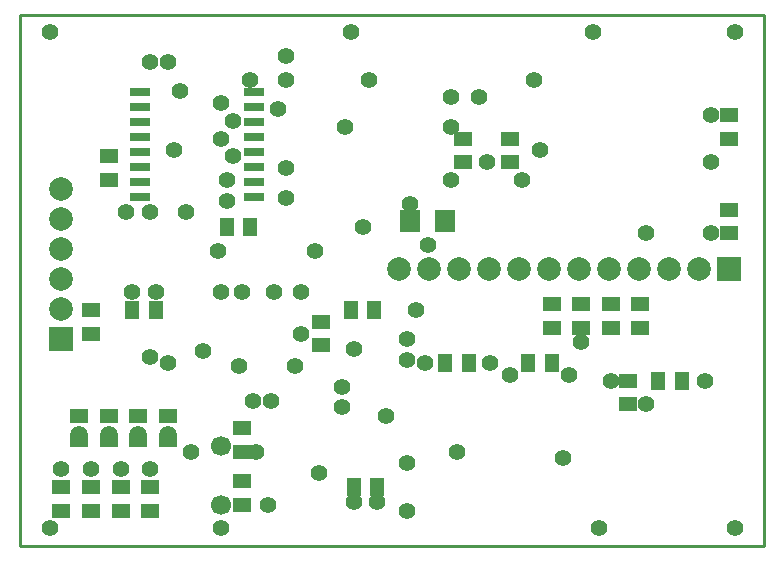
<source format=gbs>
G04 Layer_Color=16711935*
%FSLAX42Y42*%
%MOMM*%
G71*
G01*
G75*
%ADD21C,0.25*%
%ADD27R,1.20X1.60*%
%ADD30R,1.60X1.20*%
%ADD31R,1.70X1.90*%
%ADD33R,1.70X0.80*%
%ADD34R,2.00X2.00*%
%ADD35C,2.00*%
%ADD36C,1.70*%
%ADD37R,2.00X2.00*%
%ADD38C,1.40*%
D21*
X0Y0D02*
Y4500D01*
X6300D01*
Y0D02*
Y4500D01*
X0Y0D02*
X6300D01*
D27*
X3000Y2000D02*
D03*
X2800D02*
D03*
X5600Y1400D02*
D03*
X5400D02*
D03*
X2825Y500D02*
D03*
X3025D02*
D03*
X1150Y2000D02*
D03*
X950D02*
D03*
X1950Y2700D02*
D03*
X1750D02*
D03*
X3800Y1550D02*
D03*
X3600D02*
D03*
X4500D02*
D03*
X4300D02*
D03*
D30*
X750Y3100D02*
D03*
Y3300D02*
D03*
X1100Y500D02*
D03*
Y300D02*
D03*
X850Y500D02*
D03*
Y300D02*
D03*
X600D02*
D03*
Y500D02*
D03*
X350Y300D02*
D03*
Y500D02*
D03*
X500Y1100D02*
D03*
Y900D02*
D03*
X750Y1100D02*
D03*
Y900D02*
D03*
X1000D02*
D03*
Y1100D02*
D03*
X1250Y900D02*
D03*
Y1100D02*
D03*
X5000Y1850D02*
D03*
Y2050D02*
D03*
X3750Y3450D02*
D03*
Y3250D02*
D03*
X4150Y3450D02*
D03*
Y3250D02*
D03*
X2550Y1900D02*
D03*
Y1700D02*
D03*
X1875Y550D02*
D03*
Y350D02*
D03*
Y800D02*
D03*
Y1000D02*
D03*
X5150Y1400D02*
D03*
Y1200D02*
D03*
X4500Y1850D02*
D03*
Y2050D02*
D03*
X4750D02*
D03*
Y1850D02*
D03*
X5250Y2050D02*
D03*
Y1850D02*
D03*
X6000Y3650D02*
D03*
Y3450D02*
D03*
Y2650D02*
D03*
Y2850D02*
D03*
X600Y1800D02*
D03*
Y2000D02*
D03*
D31*
X3300Y2750D02*
D03*
X3600D02*
D03*
D33*
X1017Y2956D02*
D03*
Y3083D02*
D03*
Y3210D02*
D03*
Y3337D02*
D03*
Y3463D02*
D03*
Y3590D02*
D03*
Y3717D02*
D03*
X1983D02*
D03*
Y3590D02*
D03*
Y3463D02*
D03*
Y3337D02*
D03*
Y3210D02*
D03*
Y3083D02*
D03*
Y2956D02*
D03*
X1017Y3844D02*
D03*
X1983D02*
D03*
D34*
X350Y1750D02*
D03*
D35*
Y2004D02*
D03*
Y2258D02*
D03*
Y2512D02*
D03*
Y2766D02*
D03*
Y3020D02*
D03*
X5746Y2350D02*
D03*
X5492D02*
D03*
X5238D02*
D03*
X4984D02*
D03*
X4730D02*
D03*
X3968D02*
D03*
X4222D02*
D03*
X4476D02*
D03*
X3206D02*
D03*
X3460D02*
D03*
X3714D02*
D03*
D36*
X1700Y850D02*
D03*
Y350D02*
D03*
D37*
X6000Y2350D02*
D03*
D38*
X3100Y1100D02*
D03*
X2375Y1800D02*
D03*
X2325Y1525D02*
D03*
X2375Y2150D02*
D03*
X900Y2825D02*
D03*
X2825Y1673D02*
D03*
X3275Y1750D02*
D03*
X5800Y1400D02*
D03*
X1300Y3350D02*
D03*
X2900Y2700D02*
D03*
X3350Y2000D02*
D03*
X4900Y150D02*
D03*
X1700D02*
D03*
X4850Y4350D02*
D03*
X2800D02*
D03*
X250Y150D02*
D03*
Y4350D02*
D03*
X6050Y150D02*
D03*
Y4350D02*
D03*
X2250Y3200D02*
D03*
X1100Y2825D02*
D03*
X1400Y2825D02*
D03*
X1675Y2500D02*
D03*
X2500D02*
D03*
X3450Y2550D02*
D03*
X2528Y621D02*
D03*
X2725Y1175D02*
D03*
Y1350D02*
D03*
X950Y2150D02*
D03*
X1150D02*
D03*
X4650Y1450D02*
D03*
X3700Y800D02*
D03*
X3300Y2900D02*
D03*
X1250Y1550D02*
D03*
X1100Y1600D02*
D03*
X1700Y2150D02*
D03*
X1875D02*
D03*
X2950Y3950D02*
D03*
X1950D02*
D03*
X1850Y1525D02*
D03*
X2825Y375D02*
D03*
X3025D02*
D03*
X3275Y700D02*
D03*
Y300D02*
D03*
Y1575D02*
D03*
X3975Y1550D02*
D03*
X3425D02*
D03*
X2000Y800D02*
D03*
X2100Y350D02*
D03*
X2125Y1225D02*
D03*
X1975D02*
D03*
X4150Y1450D02*
D03*
X5000Y1400D02*
D03*
X5300Y1200D02*
D03*
X4600Y750D02*
D03*
X1750Y3100D02*
D03*
Y2925D02*
D03*
X1250Y4100D02*
D03*
X2250Y3950D02*
D03*
X2250Y4150D02*
D03*
X1800Y3300D02*
D03*
X1700Y3450D02*
D03*
X1800Y3600D02*
D03*
X1700Y3750D02*
D03*
X2185Y3700D02*
D03*
X2750Y3550D02*
D03*
X4350Y3950D02*
D03*
X4250Y3100D02*
D03*
X3650D02*
D03*
Y3550D02*
D03*
X3950Y3250D02*
D03*
X3887Y3800D02*
D03*
X5850Y3650D02*
D03*
Y2650D02*
D03*
X4400Y3350D02*
D03*
X5850Y3250D02*
D03*
X5300Y2650D02*
D03*
X1350Y3850D02*
D03*
X1100Y4100D02*
D03*
X2151Y2151D02*
D03*
X4750Y1725D02*
D03*
X3650Y3800D02*
D03*
X1100Y650D02*
D03*
X850D02*
D03*
X600D02*
D03*
X350D02*
D03*
X1000Y950D02*
D03*
X750D02*
D03*
X500D02*
D03*
X1250D02*
D03*
X2250Y2950D02*
D03*
X1450Y800D02*
D03*
X1550Y1650D02*
D03*
M02*

</source>
